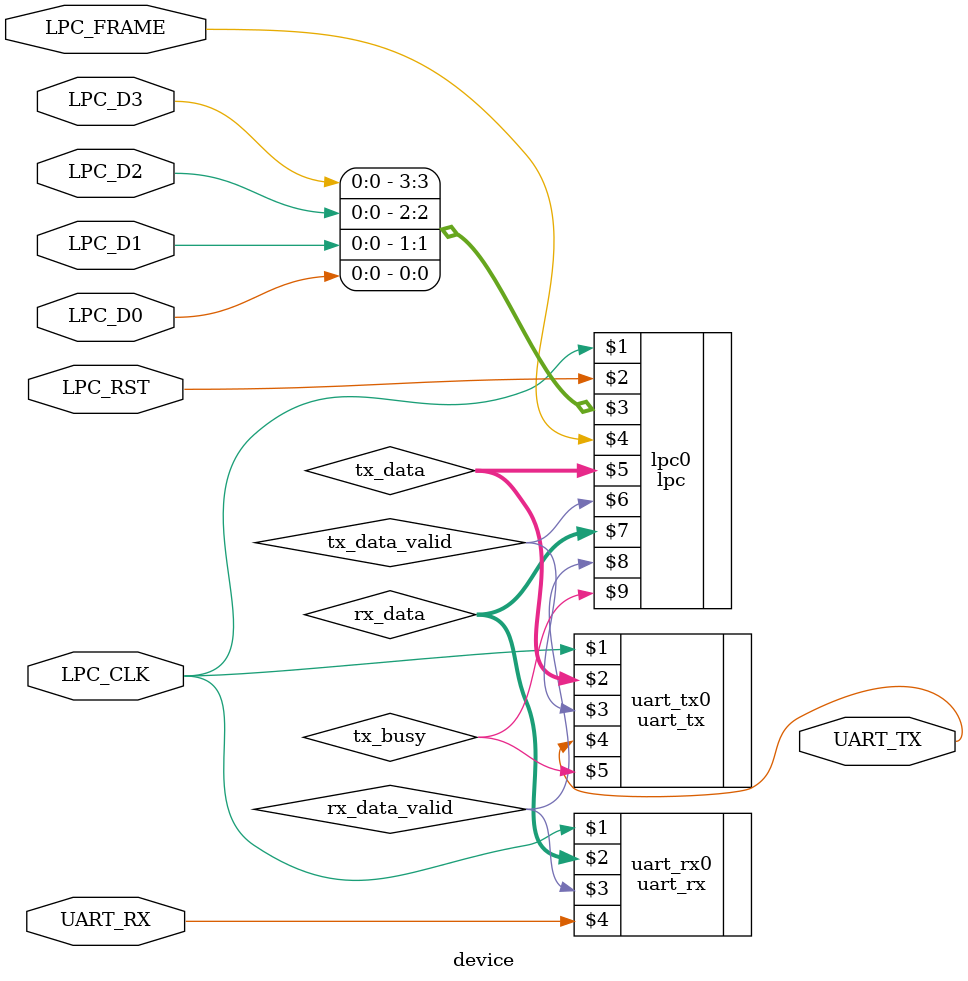
<source format=v>
/*
 * A simple LPC UART device.
 * Glues a transmitter part, a receiver part and a LPC bus interface.
 *
 * Copyright (C) 2017 Lubomir Rintel <lkundrak@v3.sk>
 * Distributed under the terms of GPLv2 or (at your option) any later version.
 */

module device (
	LPC_CLK,
	LPC_RST,
	LPC_D0,
	LPC_D1,
	LPC_D2,
	LPC_D3,
	LPC_FRAME,

	UART_TX,
	UART_RX

//	LED_0, LED_1, LED_2, LED_3,
);
	input LPC_CLK;
	input LPC_RST;
	inout LPC_D0;
	inout LPC_D1;
	inout LPC_D2;
	inout LPC_D3;
	input LPC_FRAME;

	output UART_TX;
	input UART_RX;

//	output LED_0, LED_1, LED_2, LED_3;

	wire [7:0] tx_data;
	wire tx_data_valid;
	wire [7:0] rx_data;
	wire rx_data_valid;
	wire tx_busy;

//	wire [3:0] led_value;// = 4'b1001;

	lpc lpc0 (LPC_CLK, LPC_RST, { LPC_D3, LPC_D2, LPC_D1, LPC_D0 }, LPC_FRAME, tx_data, tx_data_valid, rx_data, rx_data_valid, tx_busy);
	uart_tx uart_tx0 (LPC_CLK, tx_data, tx_data_valid, UART_TX, tx_busy /*, led_value */);
	uart_rx uart_rx0 (LPC_CLK, rx_data, rx_data_valid, UART_RX);

//	assign {LED_3, LED_2, LED_1, LED_0} = led_value;

//	always @(posedge LPC_CLK)
//	begin
//		led_value <= 4'b1010;
//	end

endmodule

</source>
